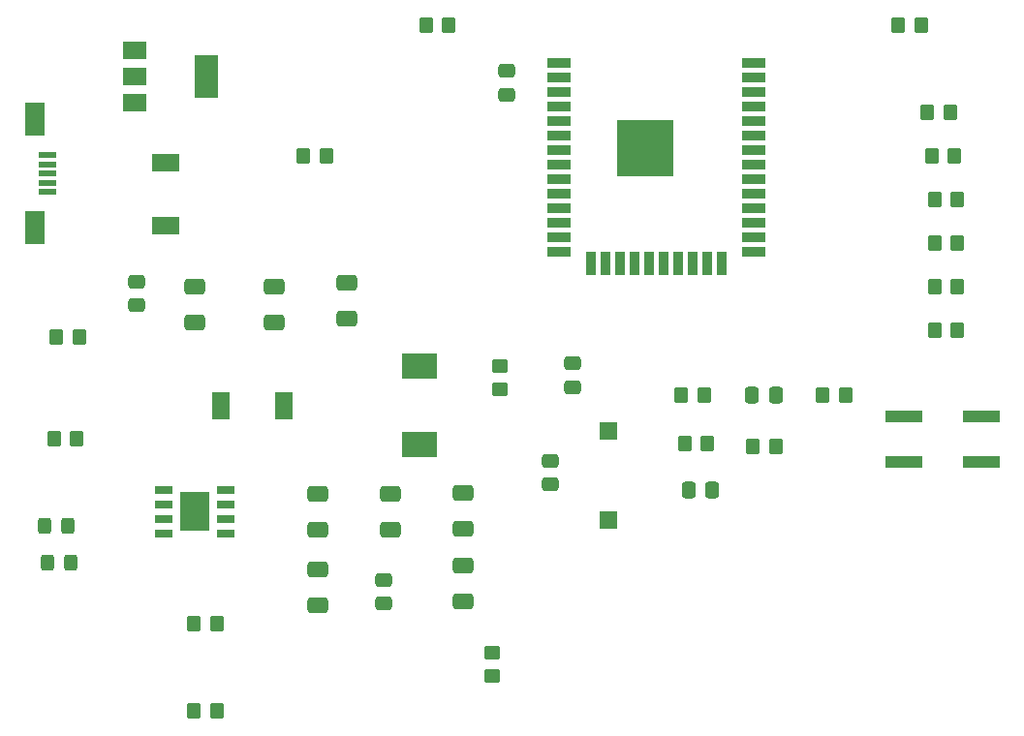
<source format=gtp>
G04 #@! TF.GenerationSoftware,KiCad,Pcbnew,(6.0.4)*
G04 #@! TF.CreationDate,2022-05-21T11:57:54-05:00*
G04 #@! TF.ProjectId,REEL,5245454c-2e6b-4696-9361-645f70636258,rev?*
G04 #@! TF.SameCoordinates,Original*
G04 #@! TF.FileFunction,Paste,Top*
G04 #@! TF.FilePolarity,Positive*
%FSLAX46Y46*%
G04 Gerber Fmt 4.6, Leading zero omitted, Abs format (unit mm)*
G04 Created by KiCad (PCBNEW (6.0.4)) date 2022-05-21 11:57:54*
%MOMM*%
%LPD*%
G01*
G04 APERTURE LIST*
G04 Aperture macros list*
%AMRoundRect*
0 Rectangle with rounded corners*
0 $1 Rounding radius*
0 $2 $3 $4 $5 $6 $7 $8 $9 X,Y pos of 4 corners*
0 Add a 4 corners polygon primitive as box body*
4,1,4,$2,$3,$4,$5,$6,$7,$8,$9,$2,$3,0*
0 Add four circle primitives for the rounded corners*
1,1,$1+$1,$2,$3*
1,1,$1+$1,$4,$5*
1,1,$1+$1,$6,$7*
1,1,$1+$1,$8,$9*
0 Add four rect primitives between the rounded corners*
20,1,$1+$1,$2,$3,$4,$5,0*
20,1,$1+$1,$4,$5,$6,$7,0*
20,1,$1+$1,$6,$7,$8,$9,0*
20,1,$1+$1,$8,$9,$2,$3,0*%
G04 Aperture macros list end*
%ADD10RoundRect,0.250000X0.650000X-0.412500X0.650000X0.412500X-0.650000X0.412500X-0.650000X-0.412500X0*%
%ADD11RoundRect,0.250000X-0.650000X0.412500X-0.650000X-0.412500X0.650000X-0.412500X0.650000X0.412500X0*%
%ADD12RoundRect,0.250000X-0.475000X0.337500X-0.475000X-0.337500X0.475000X-0.337500X0.475000X0.337500X0*%
%ADD13RoundRect,0.250000X0.475000X-0.337500X0.475000X0.337500X-0.475000X0.337500X-0.475000X-0.337500X0*%
%ADD14RoundRect,0.250000X-0.350000X-0.450000X0.350000X-0.450000X0.350000X0.450000X-0.350000X0.450000X0*%
%ADD15RoundRect,0.250000X0.350000X0.450000X-0.350000X0.450000X-0.350000X-0.450000X0.350000X-0.450000X0*%
%ADD16R,2.000000X1.500000*%
%ADD17R,2.000000X3.800000*%
%ADD18RoundRect,0.250000X0.337500X0.475000X-0.337500X0.475000X-0.337500X-0.475000X0.337500X-0.475000X0*%
%ADD19RoundRect,0.250000X0.325000X0.450000X-0.325000X0.450000X-0.325000X-0.450000X0.325000X-0.450000X0*%
%ADD20RoundRect,0.250000X-0.450000X0.350000X-0.450000X-0.350000X0.450000X-0.350000X0.450000X0.350000X0*%
%ADD21R,3.200000X1.000000*%
%ADD22R,2.000000X0.900000*%
%ADD23R,0.900000X2.000000*%
%ADD24R,5.000000X5.000000*%
%ADD25R,1.500000X2.400000*%
%ADD26R,2.513000X3.402000*%
%ADD27R,1.525000X0.700000*%
%ADD28R,1.800000X3.000000*%
%ADD29R,1.500000X0.500000*%
%ADD30R,3.120000X2.290000*%
%ADD31R,2.400000X1.500000*%
%ADD32R,1.500000X1.500000*%
G04 APERTURE END LIST*
D10*
X60325000Y-86945000D03*
X60325000Y-83820000D03*
X76835000Y-104970000D03*
X76835000Y-101845000D03*
D11*
X76835000Y-108195000D03*
X76835000Y-111320000D03*
D10*
X53340000Y-86945000D03*
X53340000Y-83820000D03*
X64135000Y-105067500D03*
X64135000Y-101942500D03*
X70485000Y-105067500D03*
X70485000Y-101942500D03*
D12*
X69850000Y-109470000D03*
X69850000Y-111545000D03*
D10*
X66675000Y-86652500D03*
X66675000Y-83527500D03*
D13*
X48260000Y-85492500D03*
X48260000Y-83417500D03*
D10*
X64135000Y-111662500D03*
X64135000Y-108537500D03*
D14*
X53267500Y-113275000D03*
X55267500Y-113275000D03*
D15*
X55267500Y-120895000D03*
X53267500Y-120895000D03*
X43052500Y-97155000D03*
X41052500Y-97155000D03*
X43252500Y-88265000D03*
X41252500Y-88265000D03*
D12*
X86360000Y-90535000D03*
X86360000Y-92610000D03*
D16*
X48107600Y-63195200D03*
X48107600Y-65495200D03*
D17*
X54407600Y-65495200D03*
D16*
X48107600Y-67795200D03*
D14*
X73565000Y-60960000D03*
X75565000Y-60960000D03*
X96155000Y-97520000D03*
X98155000Y-97520000D03*
X102140000Y-97790000D03*
X104140000Y-97790000D03*
D15*
X110220000Y-93345000D03*
X108220000Y-93345000D03*
D12*
X84455000Y-99060000D03*
X84455000Y-101135000D03*
D18*
X104140000Y-93345000D03*
X102065000Y-93345000D03*
D19*
X42545000Y-107950000D03*
X40495000Y-107950000D03*
D15*
X64865000Y-72390000D03*
X62865000Y-72390000D03*
D19*
X42300000Y-104775000D03*
X40250000Y-104775000D03*
D12*
X80645000Y-65002500D03*
X80645000Y-67077500D03*
D20*
X80010000Y-90805000D03*
X80010000Y-92805000D03*
D15*
X120015000Y-87630000D03*
X118015000Y-87630000D03*
D20*
X79375000Y-115840000D03*
X79375000Y-117840000D03*
D21*
X122145000Y-99155000D03*
X115345000Y-99155000D03*
X115345000Y-95155000D03*
X122145000Y-95155000D03*
D15*
X120015000Y-76200000D03*
X118015000Y-76200000D03*
D22*
X85198800Y-64267000D03*
X85198800Y-65537000D03*
X85198800Y-66807000D03*
X85198800Y-68077000D03*
X85198800Y-69347000D03*
X85198800Y-70617000D03*
X85198800Y-71887000D03*
X85198800Y-73157000D03*
X85198800Y-74427000D03*
X85198800Y-75697000D03*
X85198800Y-76967000D03*
X85198800Y-78237000D03*
X85198800Y-79507000D03*
X85198800Y-80777000D03*
D23*
X87983800Y-81777000D03*
X89253800Y-81777000D03*
X90523800Y-81777000D03*
X91793800Y-81777000D03*
X93063800Y-81777000D03*
X94333800Y-81777000D03*
X95603800Y-81777000D03*
X96873800Y-81777000D03*
X98143800Y-81777000D03*
X99413800Y-81777000D03*
D22*
X102198800Y-80777000D03*
X102198800Y-79507000D03*
X102198800Y-78237000D03*
X102198800Y-76967000D03*
X102198800Y-75697000D03*
X102198800Y-74427000D03*
X102198800Y-73157000D03*
X102198800Y-71887000D03*
X102198800Y-70617000D03*
X102198800Y-69347000D03*
X102198800Y-68077000D03*
X102198800Y-66807000D03*
X102198800Y-65537000D03*
X102198800Y-64267000D03*
D24*
X92698800Y-71767000D03*
D25*
X55670000Y-94225000D03*
X61170000Y-94225000D03*
D15*
X119745000Y-72390000D03*
X117745000Y-72390000D03*
D18*
X98595000Y-101600000D03*
X96520000Y-101600000D03*
D26*
X53340000Y-103505000D03*
D27*
X56052000Y-101600000D03*
X56052000Y-102870000D03*
X56052000Y-104140000D03*
X56052000Y-105410000D03*
X50628000Y-105410000D03*
X50628000Y-104140000D03*
X50628000Y-102870000D03*
X50628000Y-101600000D03*
D28*
X39370000Y-78715000D03*
X39370000Y-69215000D03*
D29*
X40520000Y-72365000D03*
X40520000Y-73165000D03*
X40520000Y-73965000D03*
X40520000Y-74765000D03*
X40520000Y-75565000D03*
D30*
X73025000Y-97655000D03*
X73025000Y-90795000D03*
D15*
X120015000Y-80010000D03*
X118015000Y-80010000D03*
X120015000Y-83820000D03*
X118015000Y-83820000D03*
D14*
X95885000Y-93345000D03*
X97885000Y-93345000D03*
D15*
X116840000Y-60960000D03*
X114840000Y-60960000D03*
X119380000Y-68580000D03*
X117380000Y-68580000D03*
D31*
X50800000Y-73025000D03*
X50800000Y-78525000D03*
D32*
X89535000Y-96430000D03*
X89535000Y-104230000D03*
M02*

</source>
